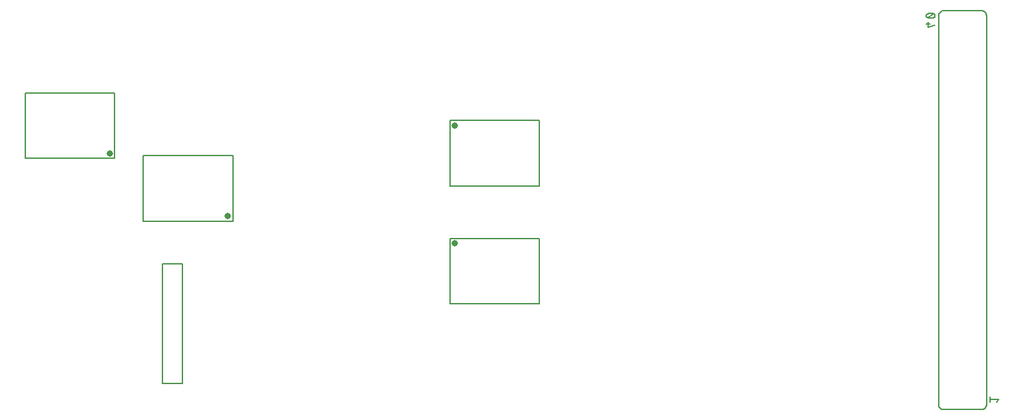
<source format=gbr>
G04 EAGLE Gerber RS-274X export*
G75*
%MOMM*%
%FSLAX34Y34*%
%LPD*%
%INSilkscreen Bottom*%
%IPPOS*%
%AMOC8*
5,1,8,0,0,1.08239X$1,22.5*%
G01*
%ADD10C,0.127000*%
%ADD11C,0.203200*%
%ADD12C,0.812219*%
%ADD13C,0.152400*%


D10*
X277300Y256200D02*
X277300Y103800D01*
X302700Y103800D01*
X302700Y256200D01*
X277300Y256200D01*
D11*
X643032Y289000D02*
X756968Y289000D01*
X756968Y205600D01*
X643032Y205600D01*
X643032Y289000D01*
D12*
X649200Y282700D03*
D11*
X643032Y439000D02*
X756968Y439000D01*
X756968Y355600D01*
X643032Y355600D01*
X643032Y439000D01*
D12*
X649200Y432700D03*
D11*
X216968Y391000D02*
X103032Y391000D01*
X103032Y474400D01*
X216968Y474400D01*
X216968Y391000D01*
D12*
X210800Y397300D03*
D11*
X253032Y311000D02*
X366968Y311000D01*
X253032Y311000D02*
X253032Y394400D01*
X366968Y394400D01*
X366968Y311000D01*
D12*
X360800Y317300D03*
D13*
X1270870Y71000D02*
X1319130Y71000D01*
X1319288Y71002D01*
X1319447Y71008D01*
X1319605Y71018D01*
X1319762Y71032D01*
X1319920Y71049D01*
X1320076Y71071D01*
X1320233Y71096D01*
X1320388Y71126D01*
X1320543Y71159D01*
X1320697Y71196D01*
X1320850Y71237D01*
X1321002Y71282D01*
X1321152Y71331D01*
X1321302Y71383D01*
X1321450Y71439D01*
X1321597Y71499D01*
X1321742Y71562D01*
X1321885Y71629D01*
X1322027Y71699D01*
X1322167Y71773D01*
X1322305Y71851D01*
X1322441Y71932D01*
X1322575Y72016D01*
X1322707Y72103D01*
X1322837Y72194D01*
X1322964Y72288D01*
X1323089Y72385D01*
X1323212Y72486D01*
X1323332Y72589D01*
X1323449Y72695D01*
X1323564Y72804D01*
X1323676Y72916D01*
X1323785Y73031D01*
X1323891Y73148D01*
X1323994Y73268D01*
X1324095Y73391D01*
X1324192Y73516D01*
X1324286Y73643D01*
X1324377Y73773D01*
X1324464Y73905D01*
X1324548Y74039D01*
X1324629Y74175D01*
X1324707Y74313D01*
X1324781Y74453D01*
X1324851Y74595D01*
X1324918Y74738D01*
X1324981Y74883D01*
X1325041Y75030D01*
X1325097Y75178D01*
X1325149Y75328D01*
X1325198Y75478D01*
X1325243Y75630D01*
X1325284Y75783D01*
X1325321Y75937D01*
X1325354Y76092D01*
X1325384Y76247D01*
X1325409Y76404D01*
X1325431Y76560D01*
X1325448Y76718D01*
X1325462Y76875D01*
X1325472Y77033D01*
X1325478Y77192D01*
X1325480Y77350D01*
X1270870Y71000D02*
X1270712Y71002D01*
X1270553Y71008D01*
X1270395Y71018D01*
X1270238Y71032D01*
X1270080Y71049D01*
X1269924Y71071D01*
X1269767Y71096D01*
X1269612Y71126D01*
X1269457Y71159D01*
X1269303Y71196D01*
X1269150Y71237D01*
X1268998Y71282D01*
X1268848Y71331D01*
X1268698Y71383D01*
X1268550Y71439D01*
X1268403Y71499D01*
X1268258Y71562D01*
X1268115Y71629D01*
X1267973Y71699D01*
X1267833Y71773D01*
X1267695Y71851D01*
X1267559Y71932D01*
X1267425Y72016D01*
X1267293Y72103D01*
X1267163Y72194D01*
X1267036Y72288D01*
X1266911Y72385D01*
X1266788Y72486D01*
X1266668Y72589D01*
X1266551Y72695D01*
X1266436Y72804D01*
X1266324Y72916D01*
X1266215Y73031D01*
X1266109Y73148D01*
X1266006Y73268D01*
X1265905Y73391D01*
X1265808Y73516D01*
X1265714Y73643D01*
X1265623Y73773D01*
X1265536Y73905D01*
X1265452Y74039D01*
X1265371Y74175D01*
X1265293Y74313D01*
X1265219Y74453D01*
X1265149Y74595D01*
X1265082Y74738D01*
X1265019Y74883D01*
X1264959Y75030D01*
X1264903Y75178D01*
X1264851Y75328D01*
X1264802Y75478D01*
X1264757Y75630D01*
X1264716Y75783D01*
X1264679Y75937D01*
X1264646Y76092D01*
X1264616Y76247D01*
X1264591Y76404D01*
X1264569Y76560D01*
X1264552Y76718D01*
X1264538Y76875D01*
X1264528Y77033D01*
X1264522Y77192D01*
X1264520Y77350D01*
X1325480Y77350D02*
X1325480Y572650D01*
X1319130Y579000D02*
X1270870Y579000D01*
X1264520Y572650D02*
X1264520Y77350D01*
X1325480Y572650D02*
X1325478Y572808D01*
X1325472Y572967D01*
X1325462Y573125D01*
X1325448Y573282D01*
X1325431Y573440D01*
X1325409Y573596D01*
X1325384Y573753D01*
X1325354Y573908D01*
X1325321Y574063D01*
X1325284Y574217D01*
X1325243Y574370D01*
X1325198Y574522D01*
X1325149Y574672D01*
X1325097Y574822D01*
X1325041Y574970D01*
X1324981Y575117D01*
X1324918Y575262D01*
X1324851Y575405D01*
X1324781Y575547D01*
X1324707Y575687D01*
X1324629Y575825D01*
X1324548Y575961D01*
X1324464Y576095D01*
X1324377Y576227D01*
X1324286Y576357D01*
X1324192Y576484D01*
X1324095Y576609D01*
X1323994Y576732D01*
X1323891Y576852D01*
X1323785Y576969D01*
X1323676Y577084D01*
X1323564Y577196D01*
X1323449Y577305D01*
X1323332Y577411D01*
X1323212Y577514D01*
X1323089Y577615D01*
X1322964Y577712D01*
X1322837Y577806D01*
X1322707Y577897D01*
X1322575Y577984D01*
X1322441Y578068D01*
X1322305Y578149D01*
X1322167Y578227D01*
X1322027Y578301D01*
X1321885Y578371D01*
X1321742Y578438D01*
X1321597Y578501D01*
X1321450Y578561D01*
X1321302Y578617D01*
X1321152Y578669D01*
X1321002Y578718D01*
X1320850Y578763D01*
X1320697Y578804D01*
X1320543Y578841D01*
X1320388Y578874D01*
X1320233Y578904D01*
X1320076Y578929D01*
X1319920Y578951D01*
X1319762Y578968D01*
X1319605Y578982D01*
X1319447Y578992D01*
X1319288Y578998D01*
X1319130Y579000D01*
X1270870Y579000D02*
X1270712Y578998D01*
X1270553Y578992D01*
X1270395Y578982D01*
X1270238Y578968D01*
X1270080Y578951D01*
X1269924Y578929D01*
X1269767Y578904D01*
X1269612Y578874D01*
X1269457Y578841D01*
X1269303Y578804D01*
X1269150Y578763D01*
X1268998Y578718D01*
X1268848Y578669D01*
X1268698Y578617D01*
X1268550Y578561D01*
X1268403Y578501D01*
X1268258Y578438D01*
X1268115Y578371D01*
X1267973Y578301D01*
X1267833Y578227D01*
X1267695Y578149D01*
X1267559Y578068D01*
X1267425Y577984D01*
X1267293Y577897D01*
X1267163Y577806D01*
X1267036Y577712D01*
X1266911Y577615D01*
X1266788Y577514D01*
X1266668Y577411D01*
X1266551Y577305D01*
X1266436Y577196D01*
X1266324Y577084D01*
X1266215Y576969D01*
X1266109Y576852D01*
X1266006Y576732D01*
X1265905Y576609D01*
X1265808Y576484D01*
X1265714Y576357D01*
X1265623Y576227D01*
X1265536Y576095D01*
X1265452Y575961D01*
X1265371Y575825D01*
X1265293Y575687D01*
X1265219Y575547D01*
X1265149Y575405D01*
X1265082Y575262D01*
X1265019Y575117D01*
X1264959Y574970D01*
X1264903Y574822D01*
X1264851Y574672D01*
X1264802Y574522D01*
X1264757Y574370D01*
X1264716Y574217D01*
X1264679Y574063D01*
X1264646Y573908D01*
X1264616Y573753D01*
X1264591Y573596D01*
X1264569Y573440D01*
X1264552Y573282D01*
X1264538Y573125D01*
X1264528Y572967D01*
X1264522Y572808D01*
X1264520Y572650D01*
D10*
X1341355Y83700D02*
X1338815Y80525D01*
X1341355Y83700D02*
X1329925Y83700D01*
X1329925Y80525D02*
X1329925Y86875D01*
X1251185Y558045D02*
X1260075Y560585D01*
X1251185Y558045D02*
X1251185Y564395D01*
X1253725Y562490D02*
X1248645Y562490D01*
X1254360Y569475D02*
X1254585Y569478D01*
X1254810Y569486D01*
X1255034Y569499D01*
X1255258Y569518D01*
X1255482Y569542D01*
X1255705Y569571D01*
X1255927Y569606D01*
X1256148Y569646D01*
X1256368Y569692D01*
X1256587Y569742D01*
X1256805Y569798D01*
X1257022Y569859D01*
X1257237Y569925D01*
X1257450Y569996D01*
X1257661Y570073D01*
X1257871Y570154D01*
X1258079Y570240D01*
X1258284Y570331D01*
X1258487Y570427D01*
X1258488Y570427D02*
X1258576Y570459D01*
X1258663Y570495D01*
X1258749Y570534D01*
X1258833Y570577D01*
X1258915Y570623D01*
X1258995Y570672D01*
X1259073Y570724D01*
X1259149Y570780D01*
X1259223Y570838D01*
X1259294Y570900D01*
X1259363Y570964D01*
X1259429Y571031D01*
X1259492Y571100D01*
X1259553Y571172D01*
X1259611Y571246D01*
X1259665Y571323D01*
X1259717Y571401D01*
X1259765Y571482D01*
X1259810Y571564D01*
X1259852Y571649D01*
X1259890Y571735D01*
X1259925Y571822D01*
X1259957Y571910D01*
X1259984Y572000D01*
X1260009Y572091D01*
X1260029Y572183D01*
X1260046Y572275D01*
X1260059Y572369D01*
X1260068Y572462D01*
X1260074Y572556D01*
X1260076Y572650D01*
X1260074Y572744D01*
X1260068Y572838D01*
X1260059Y572931D01*
X1260046Y573025D01*
X1260029Y573117D01*
X1260009Y573209D01*
X1259984Y573300D01*
X1259957Y573390D01*
X1259925Y573478D01*
X1259890Y573565D01*
X1259852Y573651D01*
X1259810Y573736D01*
X1259765Y573818D01*
X1259717Y573899D01*
X1259665Y573977D01*
X1259611Y574054D01*
X1259553Y574128D01*
X1259492Y574200D01*
X1259429Y574269D01*
X1259363Y574336D01*
X1259294Y574400D01*
X1259223Y574462D01*
X1259149Y574520D01*
X1259073Y574576D01*
X1258995Y574628D01*
X1258915Y574677D01*
X1258833Y574723D01*
X1258749Y574766D01*
X1258663Y574805D01*
X1258576Y574841D01*
X1258488Y574873D01*
X1258487Y574873D02*
X1258284Y574969D01*
X1258079Y575060D01*
X1257871Y575146D01*
X1257661Y575227D01*
X1257450Y575304D01*
X1257237Y575375D01*
X1257022Y575441D01*
X1256805Y575502D01*
X1256587Y575558D01*
X1256368Y575608D01*
X1256148Y575654D01*
X1255927Y575694D01*
X1255705Y575729D01*
X1255482Y575758D01*
X1255258Y575782D01*
X1255034Y575801D01*
X1254810Y575814D01*
X1254585Y575822D01*
X1254360Y575825D01*
X1254360Y569475D02*
X1254135Y569478D01*
X1253910Y569486D01*
X1253686Y569499D01*
X1253462Y569518D01*
X1253238Y569542D01*
X1253015Y569571D01*
X1252793Y569606D01*
X1252572Y569646D01*
X1252352Y569692D01*
X1252133Y569742D01*
X1251915Y569798D01*
X1251698Y569859D01*
X1251483Y569925D01*
X1251270Y569996D01*
X1251059Y570073D01*
X1250849Y570154D01*
X1250641Y570240D01*
X1250436Y570331D01*
X1250233Y570427D01*
X1250145Y570459D01*
X1250058Y570495D01*
X1249972Y570534D01*
X1249888Y570577D01*
X1249806Y570623D01*
X1249726Y570672D01*
X1249648Y570724D01*
X1249572Y570780D01*
X1249498Y570838D01*
X1249427Y570900D01*
X1249358Y570964D01*
X1249292Y571031D01*
X1249229Y571100D01*
X1249168Y571172D01*
X1249110Y571246D01*
X1249056Y571323D01*
X1249004Y571401D01*
X1248956Y571482D01*
X1248911Y571564D01*
X1248869Y571649D01*
X1248831Y571735D01*
X1248796Y571822D01*
X1248764Y571910D01*
X1248737Y572000D01*
X1248712Y572091D01*
X1248692Y572183D01*
X1248675Y572275D01*
X1248662Y572369D01*
X1248653Y572462D01*
X1248647Y572556D01*
X1248645Y572650D01*
X1250233Y574873D02*
X1250436Y574969D01*
X1250641Y575060D01*
X1250849Y575146D01*
X1251059Y575227D01*
X1251270Y575304D01*
X1251483Y575375D01*
X1251698Y575441D01*
X1251915Y575502D01*
X1252133Y575558D01*
X1252352Y575608D01*
X1252572Y575654D01*
X1252793Y575694D01*
X1253015Y575729D01*
X1253238Y575758D01*
X1253462Y575782D01*
X1253686Y575801D01*
X1253910Y575814D01*
X1254135Y575822D01*
X1254360Y575825D01*
X1250233Y574873D02*
X1250145Y574841D01*
X1250058Y574805D01*
X1249972Y574766D01*
X1249888Y574723D01*
X1249806Y574677D01*
X1249726Y574628D01*
X1249648Y574576D01*
X1249572Y574520D01*
X1249498Y574462D01*
X1249427Y574400D01*
X1249358Y574336D01*
X1249292Y574269D01*
X1249229Y574200D01*
X1249168Y574128D01*
X1249110Y574054D01*
X1249056Y573977D01*
X1249004Y573899D01*
X1248956Y573818D01*
X1248911Y573736D01*
X1248869Y573651D01*
X1248831Y573565D01*
X1248796Y573478D01*
X1248764Y573390D01*
X1248737Y573300D01*
X1248712Y573209D01*
X1248692Y573117D01*
X1248675Y573025D01*
X1248662Y572931D01*
X1248653Y572838D01*
X1248647Y572744D01*
X1248645Y572650D01*
X1251185Y570110D02*
X1257535Y575190D01*
M02*

</source>
